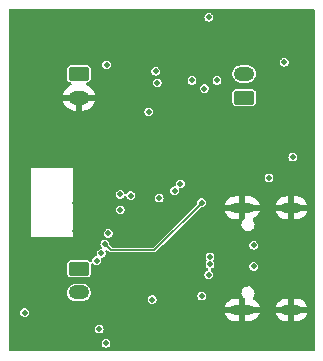
<source format=gbr>
%TF.GenerationSoftware,KiCad,Pcbnew,(6.0.4)*%
%TF.CreationDate,2023-01-29T14:49:02+00:00*%
%TF.ProjectId,PrettySmallRobot,50726574-7479-4536-9d61-6c6c526f626f,rev?*%
%TF.SameCoordinates,Original*%
%TF.FileFunction,Copper,L2,Inr*%
%TF.FilePolarity,Positive*%
%FSLAX46Y46*%
G04 Gerber Fmt 4.6, Leading zero omitted, Abs format (unit mm)*
G04 Created by KiCad (PCBNEW (6.0.4)) date 2023-01-29 14:49:02*
%MOMM*%
%LPD*%
G01*
G04 APERTURE LIST*
G04 Aperture macros list*
%AMRoundRect*
0 Rectangle with rounded corners*
0 $1 Rounding radius*
0 $2 $3 $4 $5 $6 $7 $8 $9 X,Y pos of 4 corners*
0 Add a 4 corners polygon primitive as box body*
4,1,4,$2,$3,$4,$5,$6,$7,$8,$9,$2,$3,0*
0 Add four circle primitives for the rounded corners*
1,1,$1+$1,$2,$3*
1,1,$1+$1,$4,$5*
1,1,$1+$1,$6,$7*
1,1,$1+$1,$8,$9*
0 Add four rect primitives between the rounded corners*
20,1,$1+$1,$2,$3,$4,$5,0*
20,1,$1+$1,$4,$5,$6,$7,0*
20,1,$1+$1,$6,$7,$8,$9,0*
20,1,$1+$1,$8,$9,$2,$3,0*%
G04 Aperture macros list end*
%TA.AperFunction,ComponentPad*%
%ADD10RoundRect,0.250000X-0.625000X0.350000X-0.625000X-0.350000X0.625000X-0.350000X0.625000X0.350000X0*%
%TD*%
%TA.AperFunction,ComponentPad*%
%ADD11O,1.750000X1.200000*%
%TD*%
%TA.AperFunction,ComponentPad*%
%ADD12O,2.000000X0.900000*%
%TD*%
%TA.AperFunction,ComponentPad*%
%ADD13O,1.700000X0.900000*%
%TD*%
%TA.AperFunction,ComponentPad*%
%ADD14RoundRect,0.250000X0.625000X-0.350000X0.625000X0.350000X-0.625000X0.350000X-0.625000X-0.350000X0*%
%TD*%
%TA.AperFunction,ViaPad*%
%ADD15C,0.460000*%
%TD*%
%TA.AperFunction,Conductor*%
%ADD16C,0.150000*%
%TD*%
G04 APERTURE END LIST*
D10*
%TO.N,/MOTORA_OUT1*%
%TO.C,J9*%
X177000000Y-119500000D03*
D11*
%TO.N,/MOTORA_OUT2*%
X177000000Y-121500000D03*
%TD*%
D12*
%TO.N,GND*%
%TO.C,J1*%
X190830000Y-122977503D03*
X190830000Y-114327503D03*
D13*
X195000000Y-122977503D03*
X195000000Y-114327503D03*
%TD*%
D10*
%TO.N,+BATT*%
%TO.C,J10*%
X177000000Y-103000000D03*
D11*
%TO.N,GND*%
X177000000Y-105000000D03*
%TD*%
D14*
%TO.N,/MOTORB_OUT1*%
%TO.C,J8*%
X191000000Y-105000000D03*
D11*
%TO.N,/MOTORB_OUT2*%
X191000000Y-103000000D03*
%TD*%
D15*
%TO.N,Net-(R6-Pad2)*%
X183500000Y-102770000D03*
X183626500Y-103748500D03*
%TO.N,Net-(R5-Pad2)*%
X182920000Y-106200000D03*
X179340000Y-102230000D03*
%TO.N,+BATT*%
X188000000Y-98200000D03*
%TO.N,GND*%
X181500000Y-111900000D03*
X184700000Y-115300000D03*
X182000000Y-107600000D03*
X180300000Y-111300000D03*
X185900000Y-111600000D03*
X178700000Y-116300000D03*
X180000000Y-110300000D03*
X183700000Y-107400000D03*
X176700000Y-116300000D03*
X187100000Y-108800000D03*
X186600000Y-111000000D03*
X179200000Y-113800000D03*
X178500000Y-114100000D03*
X177300000Y-116300000D03*
X181700000Y-118700000D03*
X187200000Y-110400000D03*
X182800000Y-107400000D03*
X192400000Y-103300000D03*
X176700000Y-113900000D03*
X181700000Y-119700000D03*
X177400000Y-114600000D03*
X192700000Y-103900000D03*
X187200000Y-109600000D03*
X177200000Y-114100000D03*
X184300000Y-112800000D03*
X184700000Y-107400000D03*
X180400000Y-108500000D03*
X185100000Y-111900000D03*
X186300000Y-116100000D03*
X185800000Y-107600000D03*
X178000000Y-116300000D03*
X181200000Y-111300000D03*
X181100000Y-107900000D03*
X184500000Y-112300000D03*
X186800000Y-108000000D03*
X180000000Y-109300000D03*
X181500000Y-112600000D03*
X178000000Y-114600000D03*
%TO.N,Net-(J1-PadA5)*%
X191800000Y-119300000D03*
%TO.N,Net-(J1-PadB5)*%
X191800000Y-117500000D03*
%TO.N,+3V3*%
X187633289Y-104232317D03*
X172400000Y-123200000D03*
X188100000Y-118500000D03*
X188700000Y-103544532D03*
X187400000Y-121800000D03*
X188100000Y-119100000D03*
X193100000Y-111800000D03*
X186584294Y-103549480D03*
X185100000Y-112900000D03*
X185600000Y-112300000D03*
X183200000Y-122100000D03*
X194400000Y-102000000D03*
%TO.N,/~{RESET}*%
X180500000Y-113200000D03*
X195116733Y-110029643D03*
%TO.N,/MOTORB_IN1*%
X178725265Y-124590366D03*
%TO.N,/MOTORA_IN1*%
X178900000Y-118200000D03*
%TO.N,/VDDA*%
X181400000Y-113300000D03*
X183800000Y-113500000D03*
X180500000Y-114500000D03*
%TO.N,/VDD3P3*%
X179500000Y-116500000D03*
%TO.N,/BOOT*%
X179200000Y-117400000D03*
X187400000Y-113900000D03*
%TO.N,/MOTORA_IN2*%
X178500000Y-118800000D03*
%TO.N,/MOTORB_IN2*%
X179300000Y-125800000D03*
%TO.N,/VDD_SPI*%
X188000000Y-120000000D03*
%TD*%
D16*
%TO.N,/BOOT*%
X179200000Y-117400000D02*
X179700000Y-117900000D01*
X179700000Y-117900000D02*
X183400000Y-117900000D01*
X183400000Y-117900000D02*
X187400000Y-113900000D01*
%TD*%
%TA.AperFunction,Conductor*%
%TO.N,GND*%
G36*
X196942121Y-97521002D02*
G01*
X196988614Y-97574658D01*
X197000000Y-97627000D01*
X197000000Y-126373000D01*
X196979998Y-126441121D01*
X196926342Y-126487614D01*
X196874000Y-126499000D01*
X171177000Y-126499000D01*
X171108879Y-126478998D01*
X171062386Y-126425342D01*
X171051000Y-126373000D01*
X171051000Y-125800000D01*
X178924882Y-125800000D01*
X178943242Y-125915918D01*
X178947743Y-125924752D01*
X178947744Y-125924755D01*
X178969229Y-125966921D01*
X178996523Y-126020489D01*
X179079511Y-126103477D01*
X179133079Y-126130771D01*
X179175245Y-126152256D01*
X179175248Y-126152257D01*
X179184082Y-126156758D01*
X179300000Y-126175118D01*
X179415918Y-126156758D01*
X179424752Y-126152257D01*
X179424755Y-126152256D01*
X179466921Y-126130771D01*
X179520489Y-126103477D01*
X179603477Y-126020489D01*
X179630771Y-125966921D01*
X179652256Y-125924755D01*
X179652257Y-125924752D01*
X179656758Y-125915918D01*
X179675118Y-125800000D01*
X179656758Y-125684082D01*
X179652257Y-125675248D01*
X179652256Y-125675245D01*
X179630771Y-125633079D01*
X179603477Y-125579511D01*
X179520489Y-125496523D01*
X179466921Y-125469229D01*
X179424755Y-125447744D01*
X179424752Y-125447743D01*
X179415918Y-125443242D01*
X179300000Y-125424882D01*
X179184082Y-125443242D01*
X179175248Y-125447743D01*
X179175245Y-125447744D01*
X179133079Y-125469229D01*
X179079511Y-125496523D01*
X178996523Y-125579511D01*
X178969229Y-125633079D01*
X178947744Y-125675245D01*
X178947743Y-125675248D01*
X178943242Y-125684082D01*
X178924882Y-125800000D01*
X171051000Y-125800000D01*
X171051000Y-124590366D01*
X178350147Y-124590366D01*
X178368507Y-124706284D01*
X178373008Y-124715118D01*
X178373009Y-124715121D01*
X178394494Y-124757287D01*
X178421788Y-124810855D01*
X178504776Y-124893843D01*
X178558344Y-124921137D01*
X178600510Y-124942622D01*
X178600513Y-124942623D01*
X178609347Y-124947124D01*
X178725265Y-124965484D01*
X178841183Y-124947124D01*
X178850017Y-124942623D01*
X178850020Y-124942622D01*
X178892186Y-124921137D01*
X178945754Y-124893843D01*
X179028742Y-124810855D01*
X179056036Y-124757287D01*
X179077521Y-124715121D01*
X179077522Y-124715118D01*
X179082023Y-124706284D01*
X179100383Y-124590366D01*
X179082023Y-124474448D01*
X179077522Y-124465614D01*
X179077521Y-124465611D01*
X179056036Y-124423445D01*
X179028742Y-124369877D01*
X178945754Y-124286889D01*
X178892186Y-124259595D01*
X178850020Y-124238110D01*
X178850017Y-124238109D01*
X178841183Y-124233608D01*
X178725265Y-124215248D01*
X178609347Y-124233608D01*
X178600513Y-124238109D01*
X178600510Y-124238110D01*
X178558344Y-124259595D01*
X178504776Y-124286889D01*
X178421788Y-124369877D01*
X178394494Y-124423445D01*
X178373009Y-124465611D01*
X178373008Y-124465614D01*
X178368507Y-124474448D01*
X178350147Y-124590366D01*
X171051000Y-124590366D01*
X171051000Y-123200000D01*
X172024882Y-123200000D01*
X172043242Y-123315918D01*
X172047743Y-123324752D01*
X172047744Y-123324755D01*
X172069229Y-123366921D01*
X172096523Y-123420489D01*
X172179511Y-123503477D01*
X172233079Y-123530771D01*
X172275245Y-123552256D01*
X172275248Y-123552257D01*
X172284082Y-123556758D01*
X172400000Y-123575118D01*
X172515918Y-123556758D01*
X172524752Y-123552257D01*
X172524755Y-123552256D01*
X172566921Y-123530771D01*
X172620489Y-123503477D01*
X172703477Y-123420489D01*
X172730771Y-123366921D01*
X172752256Y-123324755D01*
X172752257Y-123324752D01*
X172756758Y-123315918D01*
X172768533Y-123241578D01*
X189356363Y-123241578D01*
X189412310Y-123393639D01*
X189417877Y-123405052D01*
X189513708Y-123559611D01*
X189521460Y-123569677D01*
X189646408Y-123701806D01*
X189656026Y-123710108D01*
X189804987Y-123814411D01*
X189816081Y-123820611D01*
X189982980Y-123892835D01*
X189995083Y-123896674D01*
X190174600Y-123934178D01*
X190184152Y-123935418D01*
X190187384Y-123935503D01*
X190557885Y-123935503D01*
X190573124Y-123931028D01*
X190574329Y-123929638D01*
X190576000Y-123921955D01*
X190576000Y-123917388D01*
X191084000Y-123917388D01*
X191088475Y-123932627D01*
X191089865Y-123933832D01*
X191097548Y-123935503D01*
X191425447Y-123935503D01*
X191431822Y-123935180D01*
X191567277Y-123921421D01*
X191579717Y-123918867D01*
X191753244Y-123864487D01*
X191764932Y-123859478D01*
X191923979Y-123771316D01*
X191934412Y-123764065D01*
X192072491Y-123645718D01*
X192081244Y-123636527D01*
X192192711Y-123492823D01*
X192199435Y-123482063D01*
X192279732Y-123318878D01*
X192284155Y-123306984D01*
X192299251Y-123249033D01*
X192299021Y-123241578D01*
X193676363Y-123241578D01*
X193732310Y-123393639D01*
X193737877Y-123405052D01*
X193833708Y-123559611D01*
X193841460Y-123569677D01*
X193966408Y-123701806D01*
X193976026Y-123710108D01*
X194124987Y-123814411D01*
X194136081Y-123820611D01*
X194302980Y-123892835D01*
X194315083Y-123896674D01*
X194494600Y-123934178D01*
X194504152Y-123935418D01*
X194507384Y-123935503D01*
X194727885Y-123935503D01*
X194743124Y-123931028D01*
X194744329Y-123929638D01*
X194746000Y-123921955D01*
X194746000Y-123917388D01*
X195254000Y-123917388D01*
X195258475Y-123932627D01*
X195259865Y-123933832D01*
X195267548Y-123935503D01*
X195445447Y-123935503D01*
X195451822Y-123935180D01*
X195587277Y-123921421D01*
X195599717Y-123918867D01*
X195773244Y-123864487D01*
X195784932Y-123859478D01*
X195943979Y-123771316D01*
X195954412Y-123764065D01*
X196092491Y-123645718D01*
X196101244Y-123636527D01*
X196212711Y-123492823D01*
X196219435Y-123482063D01*
X196299732Y-123318878D01*
X196304155Y-123306984D01*
X196319251Y-123249033D01*
X196318817Y-123234939D01*
X196310636Y-123231503D01*
X195272115Y-123231503D01*
X195256876Y-123235978D01*
X195255671Y-123237368D01*
X195254000Y-123245051D01*
X195254000Y-123917388D01*
X194746000Y-123917388D01*
X194746000Y-123249618D01*
X194741525Y-123234379D01*
X194740135Y-123233174D01*
X194732452Y-123231503D01*
X193690771Y-123231503D01*
X193677240Y-123235476D01*
X193676363Y-123241578D01*
X192299021Y-123241578D01*
X192298817Y-123234939D01*
X192290636Y-123231503D01*
X191102115Y-123231503D01*
X191086876Y-123235978D01*
X191085671Y-123237368D01*
X191084000Y-123245051D01*
X191084000Y-123917388D01*
X190576000Y-123917388D01*
X190576000Y-123249618D01*
X190571525Y-123234379D01*
X190570135Y-123233174D01*
X190562452Y-123231503D01*
X189370771Y-123231503D01*
X189357240Y-123235476D01*
X189356363Y-123241578D01*
X172768533Y-123241578D01*
X172775118Y-123200000D01*
X172756758Y-123084082D01*
X172752257Y-123075248D01*
X172752256Y-123075245D01*
X172730771Y-123033079D01*
X172703477Y-122979511D01*
X172620489Y-122896523D01*
X172566921Y-122869229D01*
X172524755Y-122847744D01*
X172524752Y-122847743D01*
X172515918Y-122843242D01*
X172400000Y-122824882D01*
X172284082Y-122843242D01*
X172275248Y-122847743D01*
X172275245Y-122847744D01*
X172233079Y-122869229D01*
X172179511Y-122896523D01*
X172096523Y-122979511D01*
X172069229Y-123033079D01*
X172047744Y-123075245D01*
X172047743Y-123075248D01*
X172043242Y-123084082D01*
X172024882Y-123200000D01*
X171051000Y-123200000D01*
X171051000Y-122705973D01*
X189360749Y-122705973D01*
X189361183Y-122720067D01*
X189369364Y-122723503D01*
X190557885Y-122723503D01*
X190573124Y-122719028D01*
X190574329Y-122717638D01*
X190576000Y-122709955D01*
X190576000Y-122037618D01*
X190571525Y-122022379D01*
X190570135Y-122021174D01*
X190562452Y-122019503D01*
X190234553Y-122019503D01*
X190228178Y-122019826D01*
X190092723Y-122033585D01*
X190080283Y-122036139D01*
X189906756Y-122090519D01*
X189895068Y-122095528D01*
X189736021Y-122183690D01*
X189725588Y-122190941D01*
X189587509Y-122309288D01*
X189578756Y-122318479D01*
X189467289Y-122462183D01*
X189460565Y-122472943D01*
X189380268Y-122636128D01*
X189375845Y-122648022D01*
X189360749Y-122705973D01*
X171051000Y-122705973D01*
X171051000Y-121539610D01*
X175993619Y-121539610D01*
X175994859Y-121546826D01*
X175994859Y-121546828D01*
X176000475Y-121579511D01*
X176022348Y-121706802D01*
X176088768Y-121862900D01*
X176093101Y-121868788D01*
X176093104Y-121868793D01*
X176184976Y-121993633D01*
X176184980Y-121993637D01*
X176189318Y-121999532D01*
X176318603Y-122109367D01*
X176469687Y-122186515D01*
X176476797Y-122188255D01*
X176476800Y-122188256D01*
X176558706Y-122208298D01*
X176634468Y-122226837D01*
X176641815Y-122227293D01*
X176643215Y-122227380D01*
X176643228Y-122227380D01*
X176645156Y-122227500D01*
X177317483Y-122227500D01*
X177384435Y-122219694D01*
X177436231Y-122213656D01*
X177436234Y-122213655D01*
X177443501Y-122212808D01*
X177450376Y-122210312D01*
X177450378Y-122210312D01*
X177596086Y-122157422D01*
X177596087Y-122157422D01*
X177602962Y-122154926D01*
X177686738Y-122100000D01*
X182824882Y-122100000D01*
X182843242Y-122215918D01*
X182847743Y-122224752D01*
X182847744Y-122224755D01*
X182848982Y-122227184D01*
X182896523Y-122320489D01*
X182979511Y-122403477D01*
X183033079Y-122430771D01*
X183075245Y-122452256D01*
X183075248Y-122452257D01*
X183084082Y-122456758D01*
X183200000Y-122475118D01*
X183315918Y-122456758D01*
X183324752Y-122452257D01*
X183324755Y-122452256D01*
X183366921Y-122430771D01*
X183420489Y-122403477D01*
X183503477Y-122320489D01*
X183551018Y-122227184D01*
X183552256Y-122224755D01*
X183552257Y-122224752D01*
X183556758Y-122215918D01*
X183575118Y-122100000D01*
X183556758Y-121984082D01*
X183552257Y-121975248D01*
X183552256Y-121975245D01*
X183525579Y-121922889D01*
X183503477Y-121879511D01*
X183423966Y-121800000D01*
X187024882Y-121800000D01*
X187043242Y-121915918D01*
X187047743Y-121924752D01*
X187047744Y-121924755D01*
X187067912Y-121964336D01*
X187096523Y-122020489D01*
X187179511Y-122103477D01*
X187233079Y-122130771D01*
X187275245Y-122152256D01*
X187275248Y-122152257D01*
X187284082Y-122156758D01*
X187400000Y-122175118D01*
X187515918Y-122156758D01*
X187524752Y-122152257D01*
X187524755Y-122152256D01*
X187566921Y-122130771D01*
X187620489Y-122103477D01*
X187703477Y-122020489D01*
X187732088Y-121964336D01*
X187752256Y-121924755D01*
X187752257Y-121924752D01*
X187756758Y-121915918D01*
X187775118Y-121800000D01*
X187756758Y-121684082D01*
X187752257Y-121675248D01*
X187752256Y-121675245D01*
X187725330Y-121622401D01*
X187703477Y-121579511D01*
X187701360Y-121577394D01*
X190765420Y-121577394D01*
X190767117Y-121585809D01*
X190767117Y-121585812D01*
X190774495Y-121622401D01*
X190795233Y-121725246D01*
X190863707Y-121859635D01*
X190965799Y-121970659D01*
X191024397Y-122006991D01*
X191071751Y-122059886D01*
X191084000Y-122114077D01*
X191084000Y-122705388D01*
X191088475Y-122720627D01*
X191089865Y-122721832D01*
X191097548Y-122723503D01*
X192289229Y-122723503D01*
X192302760Y-122719530D01*
X192303637Y-122713428D01*
X192300894Y-122705973D01*
X193680749Y-122705973D01*
X193681183Y-122720067D01*
X193689364Y-122723503D01*
X194727885Y-122723503D01*
X194743124Y-122719028D01*
X194744329Y-122717638D01*
X194746000Y-122709955D01*
X194746000Y-122705388D01*
X195254000Y-122705388D01*
X195258475Y-122720627D01*
X195259865Y-122721832D01*
X195267548Y-122723503D01*
X196309229Y-122723503D01*
X196322760Y-122719530D01*
X196323637Y-122713428D01*
X196267690Y-122561367D01*
X196262123Y-122549954D01*
X196166292Y-122395395D01*
X196158540Y-122385329D01*
X196033592Y-122253200D01*
X196023974Y-122244898D01*
X195875013Y-122140595D01*
X195863919Y-122134395D01*
X195697020Y-122062171D01*
X195684917Y-122058332D01*
X195505400Y-122020828D01*
X195495848Y-122019588D01*
X195492616Y-122019503D01*
X195272115Y-122019503D01*
X195256876Y-122023978D01*
X195255671Y-122025368D01*
X195254000Y-122033051D01*
X195254000Y-122705388D01*
X194746000Y-122705388D01*
X194746000Y-122037618D01*
X194741525Y-122022379D01*
X194740135Y-122021174D01*
X194732452Y-122019503D01*
X194554553Y-122019503D01*
X194548178Y-122019826D01*
X194412723Y-122033585D01*
X194400283Y-122036139D01*
X194226756Y-122090519D01*
X194215068Y-122095528D01*
X194056021Y-122183690D01*
X194045588Y-122190941D01*
X193907509Y-122309288D01*
X193898756Y-122318479D01*
X193787289Y-122462183D01*
X193780565Y-122472943D01*
X193700268Y-122636128D01*
X193695845Y-122648022D01*
X193680749Y-122705973D01*
X192300894Y-122705973D01*
X192247690Y-122561367D01*
X192242123Y-122549954D01*
X192146292Y-122395395D01*
X192138540Y-122385329D01*
X192013592Y-122253200D01*
X192003974Y-122244898D01*
X191855013Y-122140595D01*
X191843916Y-122134393D01*
X191780868Y-122107110D01*
X191726293Y-122061700D01*
X191704933Y-121993992D01*
X191723569Y-121925485D01*
X191728202Y-121918484D01*
X191807464Y-121806951D01*
X191807467Y-121806946D01*
X191812442Y-121799945D01*
X191863533Y-121658035D01*
X191865614Y-121629706D01*
X191873951Y-121516175D01*
X191874580Y-121507612D01*
X191866533Y-121467701D01*
X191846464Y-121368178D01*
X191844767Y-121359760D01*
X191776293Y-121225371D01*
X191674201Y-121114347D01*
X191588553Y-121061243D01*
X191553313Y-121039393D01*
X191553310Y-121039392D01*
X191546014Y-121034868D01*
X191401175Y-120992788D01*
X191394197Y-120992276D01*
X191392792Y-120992172D01*
X191392781Y-120992172D01*
X191390485Y-120992003D01*
X191282215Y-120992003D01*
X191277970Y-120992585D01*
X191277963Y-120992585D01*
X191220420Y-121000468D01*
X191170568Y-121007297D01*
X191162684Y-121010709D01*
X191162683Y-121010709D01*
X191040029Y-121063786D01*
X191040027Y-121063787D01*
X191032145Y-121067198D01*
X190914930Y-121162117D01*
X190827558Y-121285061D01*
X190776467Y-121426971D01*
X190765420Y-121577394D01*
X187701360Y-121577394D01*
X187620489Y-121496523D01*
X187563922Y-121467701D01*
X187524755Y-121447744D01*
X187524752Y-121447743D01*
X187515918Y-121443242D01*
X187400000Y-121424882D01*
X187284082Y-121443242D01*
X187275248Y-121447743D01*
X187275245Y-121447744D01*
X187236078Y-121467701D01*
X187179511Y-121496523D01*
X187096523Y-121579511D01*
X187074670Y-121622401D01*
X187047744Y-121675245D01*
X187047743Y-121675248D01*
X187043242Y-121684082D01*
X187024882Y-121800000D01*
X183423966Y-121800000D01*
X183420489Y-121796523D01*
X183366921Y-121769229D01*
X183324755Y-121747744D01*
X183324752Y-121747743D01*
X183315918Y-121743242D01*
X183200000Y-121724882D01*
X183084082Y-121743242D01*
X183075248Y-121747743D01*
X183075245Y-121747744D01*
X183033079Y-121769229D01*
X182979511Y-121796523D01*
X182896523Y-121879511D01*
X182874421Y-121922889D01*
X182847744Y-121975245D01*
X182847743Y-121975248D01*
X182843242Y-121984082D01*
X182824882Y-122100000D01*
X177686738Y-122100000D01*
X177744832Y-122061912D01*
X177861498Y-121938757D01*
X177946703Y-121792065D01*
X177964624Y-121732897D01*
X177993755Y-121636712D01*
X177995877Y-121629706D01*
X178006381Y-121460390D01*
X178003435Y-121443242D01*
X177978892Y-121300414D01*
X177977652Y-121293198D01*
X177911232Y-121137100D01*
X177906899Y-121131212D01*
X177906896Y-121131207D01*
X177815024Y-121006367D01*
X177815020Y-121006363D01*
X177810682Y-121000468D01*
X177681397Y-120890633D01*
X177530313Y-120813485D01*
X177523203Y-120811745D01*
X177523200Y-120811744D01*
X177441294Y-120791702D01*
X177365532Y-120773163D01*
X177358185Y-120772707D01*
X177356785Y-120772620D01*
X177356772Y-120772620D01*
X177354844Y-120772500D01*
X176682517Y-120772500D01*
X176615565Y-120780306D01*
X176563769Y-120786344D01*
X176563766Y-120786345D01*
X176556499Y-120787192D01*
X176549624Y-120789688D01*
X176549622Y-120789688D01*
X176403914Y-120842578D01*
X176397038Y-120845074D01*
X176255168Y-120938088D01*
X176138502Y-121061243D01*
X176053297Y-121207935D01*
X176051176Y-121214939D01*
X176051174Y-121214943D01*
X176027473Y-121293198D01*
X176004123Y-121370294D01*
X175993619Y-121539610D01*
X171051000Y-121539610D01*
X171051000Y-119114219D01*
X175997500Y-119114219D01*
X175997501Y-119885780D01*
X176008422Y-119959979D01*
X176012739Y-119968771D01*
X176058951Y-120062893D01*
X176063810Y-120072790D01*
X176152753Y-120161578D01*
X176220245Y-120194569D01*
X176256439Y-120212261D01*
X176265661Y-120216769D01*
X176275336Y-120218180D01*
X176275338Y-120218181D01*
X176334693Y-120226840D01*
X176334697Y-120226840D01*
X176339219Y-120227500D01*
X176997480Y-120227500D01*
X177660780Y-120227499D01*
X177734979Y-120216578D01*
X177837688Y-120166150D01*
X177838442Y-120165780D01*
X177838443Y-120165779D01*
X177847790Y-120161190D01*
X177936578Y-120072247D01*
X177971893Y-120000000D01*
X187624882Y-120000000D01*
X187643242Y-120115918D01*
X187647743Y-120124752D01*
X187647744Y-120124755D01*
X187666309Y-120161190D01*
X187696523Y-120220489D01*
X187779511Y-120303477D01*
X187833079Y-120330771D01*
X187875245Y-120352256D01*
X187875248Y-120352257D01*
X187884082Y-120356758D01*
X188000000Y-120375118D01*
X188115918Y-120356758D01*
X188124752Y-120352257D01*
X188124755Y-120352256D01*
X188166921Y-120330771D01*
X188220489Y-120303477D01*
X188303477Y-120220489D01*
X188333691Y-120161190D01*
X188352256Y-120124755D01*
X188352257Y-120124752D01*
X188356758Y-120115918D01*
X188375118Y-120000000D01*
X188356758Y-119884082D01*
X188352257Y-119875248D01*
X188352256Y-119875245D01*
X188330771Y-119833079D01*
X188303477Y-119779511D01*
X188220489Y-119696523D01*
X188200455Y-119686315D01*
X188148841Y-119637569D01*
X188131774Y-119568654D01*
X188154674Y-119501453D01*
X188209715Y-119457740D01*
X188215918Y-119456758D01*
X188320489Y-119403477D01*
X188403477Y-119320489D01*
X188413917Y-119300000D01*
X191424882Y-119300000D01*
X191443242Y-119415918D01*
X191447743Y-119424752D01*
X191447744Y-119424755D01*
X191464051Y-119456758D01*
X191496523Y-119520489D01*
X191579511Y-119603477D01*
X191621521Y-119624882D01*
X191675245Y-119652256D01*
X191675248Y-119652257D01*
X191684082Y-119656758D01*
X191800000Y-119675118D01*
X191915918Y-119656758D01*
X191924752Y-119652257D01*
X191924755Y-119652256D01*
X191978479Y-119624882D01*
X192020489Y-119603477D01*
X192103477Y-119520489D01*
X192135949Y-119456758D01*
X192152256Y-119424755D01*
X192152257Y-119424752D01*
X192156758Y-119415918D01*
X192175118Y-119300000D01*
X192156758Y-119184082D01*
X192152257Y-119175248D01*
X192152256Y-119175245D01*
X192121161Y-119114219D01*
X192103477Y-119079511D01*
X192020489Y-118996523D01*
X191966921Y-118969229D01*
X191924755Y-118947744D01*
X191924752Y-118947743D01*
X191915918Y-118943242D01*
X191800000Y-118924882D01*
X191684082Y-118943242D01*
X191675248Y-118947743D01*
X191675245Y-118947744D01*
X191633079Y-118969229D01*
X191579511Y-118996523D01*
X191496523Y-119079511D01*
X191478839Y-119114219D01*
X191447744Y-119175245D01*
X191447743Y-119175248D01*
X191443242Y-119184082D01*
X191424882Y-119300000D01*
X188413917Y-119300000D01*
X188430771Y-119266921D01*
X188452256Y-119224755D01*
X188452257Y-119224752D01*
X188456758Y-119215918D01*
X188475118Y-119100000D01*
X188456758Y-118984082D01*
X188452257Y-118975248D01*
X188452256Y-118975245D01*
X188407981Y-118888351D01*
X188403477Y-118879511D01*
X188397362Y-118873396D01*
X188373741Y-118807195D01*
X188389820Y-118738043D01*
X188396828Y-118727138D01*
X188403477Y-118720489D01*
X188445250Y-118638504D01*
X188452256Y-118624755D01*
X188452257Y-118624752D01*
X188456758Y-118615918D01*
X188475118Y-118500000D01*
X188456758Y-118384082D01*
X188452257Y-118375248D01*
X188452256Y-118375245D01*
X188422027Y-118315918D01*
X188403477Y-118279511D01*
X188320489Y-118196523D01*
X188266921Y-118169229D01*
X188224755Y-118147744D01*
X188224752Y-118147743D01*
X188215918Y-118143242D01*
X188100000Y-118124882D01*
X187984082Y-118143242D01*
X187975248Y-118147743D01*
X187975245Y-118147744D01*
X187933079Y-118169229D01*
X187879511Y-118196523D01*
X187796523Y-118279511D01*
X187777973Y-118315918D01*
X187747744Y-118375245D01*
X187747743Y-118375248D01*
X187743242Y-118384082D01*
X187724882Y-118500000D01*
X187743242Y-118615918D01*
X187747743Y-118624752D01*
X187747744Y-118624755D01*
X187754750Y-118638504D01*
X187796523Y-118720489D01*
X187802638Y-118726604D01*
X187826259Y-118792805D01*
X187810180Y-118861957D01*
X187803172Y-118872862D01*
X187796523Y-118879511D01*
X187792019Y-118888351D01*
X187747744Y-118975245D01*
X187747743Y-118975248D01*
X187743242Y-118984082D01*
X187724882Y-119100000D01*
X187743242Y-119215918D01*
X187747743Y-119224752D01*
X187747744Y-119224755D01*
X187769229Y-119266921D01*
X187796523Y-119320489D01*
X187879511Y-119403477D01*
X187899545Y-119413685D01*
X187951159Y-119462431D01*
X187968226Y-119531346D01*
X187945326Y-119598547D01*
X187890285Y-119642260D01*
X187884082Y-119643242D01*
X187779511Y-119696523D01*
X187696523Y-119779511D01*
X187669229Y-119833079D01*
X187647744Y-119875245D01*
X187647743Y-119875248D01*
X187643242Y-119884082D01*
X187624882Y-120000000D01*
X177971893Y-120000000D01*
X177991769Y-119959339D01*
X178002500Y-119885781D01*
X178002499Y-119130655D01*
X178022501Y-119062534D01*
X178076157Y-119016041D01*
X178146431Y-119005937D01*
X178211011Y-119035430D01*
X178217594Y-119041560D01*
X178279511Y-119103477D01*
X178309569Y-119118792D01*
X178375245Y-119152256D01*
X178375248Y-119152257D01*
X178384082Y-119156758D01*
X178500000Y-119175118D01*
X178615918Y-119156758D01*
X178624752Y-119152257D01*
X178624755Y-119152256D01*
X178690431Y-119118792D01*
X178720489Y-119103477D01*
X178803477Y-119020489D01*
X178842836Y-118943242D01*
X178852256Y-118924755D01*
X178852257Y-118924752D01*
X178856758Y-118915918D01*
X178875118Y-118800000D01*
X178860691Y-118708914D01*
X178869790Y-118638504D01*
X178915512Y-118584190D01*
X178965428Y-118564755D01*
X179015918Y-118556758D01*
X179024752Y-118552257D01*
X179024755Y-118552256D01*
X179066921Y-118530771D01*
X179120489Y-118503477D01*
X179203477Y-118420489D01*
X179233535Y-118361496D01*
X179252256Y-118324755D01*
X179252257Y-118324752D01*
X179256758Y-118315918D01*
X179275118Y-118200000D01*
X179260040Y-118104804D01*
X179258310Y-118093878D01*
X179258309Y-118093875D01*
X179256758Y-118084082D01*
X179252417Y-118075563D01*
X179250395Y-118004794D01*
X179287057Y-117943996D01*
X179350768Y-117912670D01*
X179421302Y-117920762D01*
X179461351Y-117947729D01*
X179530798Y-118017176D01*
X179532584Y-118019177D01*
X179537446Y-118029301D01*
X179559344Y-118046813D01*
X179566021Y-118052789D01*
X179567948Y-118054326D01*
X179572955Y-118059333D01*
X179578945Y-118063098D01*
X179581315Y-118064988D01*
X179588097Y-118069808D01*
X179598514Y-118078139D01*
X179598517Y-118078141D01*
X179609599Y-118087003D01*
X179621237Y-118089679D01*
X179631349Y-118096035D01*
X179655971Y-118098819D01*
X179658713Y-118099129D01*
X179667208Y-118100581D01*
X179670042Y-118100903D01*
X179676989Y-118102500D01*
X179684117Y-118102500D01*
X179686769Y-118102801D01*
X179695591Y-118103298D01*
X179709052Y-118104820D01*
X179709053Y-118104820D01*
X179723153Y-118106414D01*
X179733900Y-118102661D01*
X179736779Y-118102500D01*
X183363213Y-118102500D01*
X183365891Y-118102652D01*
X183376487Y-118106373D01*
X183390586Y-118104804D01*
X183390587Y-118104804D01*
X183404009Y-118103310D01*
X183404342Y-118103273D01*
X183413306Y-118102776D01*
X183415757Y-118102500D01*
X183422831Y-118102500D01*
X183429729Y-118100926D01*
X183432733Y-118100588D01*
X183440940Y-118099200D01*
X183468308Y-118096154D01*
X183478429Y-118089817D01*
X183490074Y-118087161D01*
X183511611Y-118069999D01*
X183518650Y-118065015D01*
X183520877Y-118063242D01*
X183526918Y-118059460D01*
X183531959Y-118054419D01*
X183534044Y-118052759D01*
X183540629Y-118046876D01*
X183551229Y-118038429D01*
X183562328Y-118029585D01*
X183567273Y-118019333D01*
X183569199Y-118017179D01*
X184086378Y-117500000D01*
X191424882Y-117500000D01*
X191443242Y-117615918D01*
X191447743Y-117624752D01*
X191447744Y-117624755D01*
X191466006Y-117660595D01*
X191496523Y-117720489D01*
X191579511Y-117803477D01*
X191621521Y-117824882D01*
X191675245Y-117852256D01*
X191675248Y-117852257D01*
X191684082Y-117856758D01*
X191800000Y-117875118D01*
X191915918Y-117856758D01*
X191924752Y-117852257D01*
X191924755Y-117852256D01*
X191978479Y-117824882D01*
X192020489Y-117803477D01*
X192103477Y-117720489D01*
X192133994Y-117660595D01*
X192152256Y-117624755D01*
X192152257Y-117624752D01*
X192156758Y-117615918D01*
X192175118Y-117500000D01*
X192156758Y-117384082D01*
X192152257Y-117375248D01*
X192152256Y-117375245D01*
X192110796Y-117293876D01*
X192103477Y-117279511D01*
X192020489Y-117196523D01*
X191966921Y-117169229D01*
X191924755Y-117147744D01*
X191924752Y-117147743D01*
X191915918Y-117143242D01*
X191800000Y-117124882D01*
X191684082Y-117143242D01*
X191675248Y-117147743D01*
X191675245Y-117147744D01*
X191633079Y-117169229D01*
X191579511Y-117196523D01*
X191496523Y-117279511D01*
X191489204Y-117293876D01*
X191447744Y-117375245D01*
X191447743Y-117375248D01*
X191443242Y-117384082D01*
X191424882Y-117500000D01*
X184086378Y-117500000D01*
X185788984Y-115797394D01*
X190765420Y-115797394D01*
X190795233Y-115945246D01*
X190863707Y-116079635D01*
X190965799Y-116190659D01*
X191029893Y-116230399D01*
X191086687Y-116265613D01*
X191086690Y-116265614D01*
X191093986Y-116270138D01*
X191238825Y-116312218D01*
X191245803Y-116312730D01*
X191247208Y-116312834D01*
X191247219Y-116312834D01*
X191249515Y-116313003D01*
X191357785Y-116313003D01*
X191362030Y-116312421D01*
X191362037Y-116312421D01*
X191422522Y-116304135D01*
X191469432Y-116297709D01*
X191491055Y-116288352D01*
X191599971Y-116241220D01*
X191599973Y-116241219D01*
X191607855Y-116237808D01*
X191725070Y-116142889D01*
X191812442Y-116019945D01*
X191863533Y-115878035D01*
X191874580Y-115727612D01*
X191844767Y-115579760D01*
X191776293Y-115445371D01*
X191737157Y-115402811D01*
X191705771Y-115339129D01*
X191713797Y-115268588D01*
X191758686Y-115213583D01*
X191768819Y-115207323D01*
X191923979Y-115121316D01*
X191934412Y-115114065D01*
X192072491Y-114995718D01*
X192081244Y-114986527D01*
X192192711Y-114842823D01*
X192199435Y-114832063D01*
X192279732Y-114668878D01*
X192284155Y-114656984D01*
X192299251Y-114599033D01*
X192299021Y-114591578D01*
X193676363Y-114591578D01*
X193732310Y-114743639D01*
X193737877Y-114755052D01*
X193833708Y-114909611D01*
X193841460Y-114919677D01*
X193966408Y-115051806D01*
X193976026Y-115060108D01*
X194124987Y-115164411D01*
X194136081Y-115170611D01*
X194302980Y-115242835D01*
X194315083Y-115246674D01*
X194494600Y-115284178D01*
X194504152Y-115285418D01*
X194507384Y-115285503D01*
X194727885Y-115285503D01*
X194743124Y-115281028D01*
X194744329Y-115279638D01*
X194746000Y-115271955D01*
X194746000Y-115267388D01*
X195254000Y-115267388D01*
X195258475Y-115282627D01*
X195259865Y-115283832D01*
X195267548Y-115285503D01*
X195445447Y-115285503D01*
X195451822Y-115285180D01*
X195587277Y-115271421D01*
X195599717Y-115268867D01*
X195773244Y-115214487D01*
X195784932Y-115209478D01*
X195943979Y-115121316D01*
X195954412Y-115114065D01*
X196092491Y-114995718D01*
X196101244Y-114986527D01*
X196212711Y-114842823D01*
X196219435Y-114832063D01*
X196299732Y-114668878D01*
X196304155Y-114656984D01*
X196319251Y-114599033D01*
X196318817Y-114584939D01*
X196310636Y-114581503D01*
X195272115Y-114581503D01*
X195256876Y-114585978D01*
X195255671Y-114587368D01*
X195254000Y-114595051D01*
X195254000Y-115267388D01*
X194746000Y-115267388D01*
X194746000Y-114599618D01*
X194741525Y-114584379D01*
X194740135Y-114583174D01*
X194732452Y-114581503D01*
X193690771Y-114581503D01*
X193677240Y-114585476D01*
X193676363Y-114591578D01*
X192299021Y-114591578D01*
X192298817Y-114584939D01*
X192290636Y-114581503D01*
X191102115Y-114581503D01*
X191086876Y-114585978D01*
X191085671Y-114587368D01*
X191084000Y-114595051D01*
X191084000Y-115186160D01*
X191063998Y-115254281D01*
X191031283Y-115286133D01*
X191032145Y-115287198D01*
X190914930Y-115382117D01*
X190827558Y-115505061D01*
X190776467Y-115646971D01*
X190765420Y-115797394D01*
X185788984Y-115797394D01*
X186994800Y-114591578D01*
X189356363Y-114591578D01*
X189412310Y-114743639D01*
X189417877Y-114755052D01*
X189513708Y-114909611D01*
X189521460Y-114919677D01*
X189646408Y-115051806D01*
X189656026Y-115060108D01*
X189804987Y-115164411D01*
X189816081Y-115170611D01*
X189982980Y-115242835D01*
X189995083Y-115246674D01*
X190174600Y-115284178D01*
X190184152Y-115285418D01*
X190187384Y-115285503D01*
X190557885Y-115285503D01*
X190573124Y-115281028D01*
X190574329Y-115279638D01*
X190576000Y-115271955D01*
X190576000Y-114599618D01*
X190571525Y-114584379D01*
X190570135Y-114583174D01*
X190562452Y-114581503D01*
X189370771Y-114581503D01*
X189357240Y-114585476D01*
X189356363Y-114591578D01*
X186994800Y-114591578D01*
X187277996Y-114308382D01*
X187340308Y-114274356D01*
X187386800Y-114273028D01*
X187390203Y-114273567D01*
X187390208Y-114273567D01*
X187400000Y-114275118D01*
X187515918Y-114256758D01*
X187524752Y-114252257D01*
X187524755Y-114252256D01*
X187566921Y-114230771D01*
X187620489Y-114203477D01*
X187703477Y-114120489D01*
X187736349Y-114055973D01*
X189360749Y-114055973D01*
X189361183Y-114070067D01*
X189369364Y-114073503D01*
X190557885Y-114073503D01*
X190573124Y-114069028D01*
X190574329Y-114067638D01*
X190576000Y-114059955D01*
X190576000Y-114055388D01*
X191084000Y-114055388D01*
X191088475Y-114070627D01*
X191089865Y-114071832D01*
X191097548Y-114073503D01*
X192289229Y-114073503D01*
X192302760Y-114069530D01*
X192303637Y-114063428D01*
X192300894Y-114055973D01*
X193680749Y-114055973D01*
X193681183Y-114070067D01*
X193689364Y-114073503D01*
X194727885Y-114073503D01*
X194743124Y-114069028D01*
X194744329Y-114067638D01*
X194746000Y-114059955D01*
X194746000Y-114055388D01*
X195254000Y-114055388D01*
X195258475Y-114070627D01*
X195259865Y-114071832D01*
X195267548Y-114073503D01*
X196309229Y-114073503D01*
X196322760Y-114069530D01*
X196323637Y-114063428D01*
X196267690Y-113911367D01*
X196262123Y-113899954D01*
X196166292Y-113745395D01*
X196158540Y-113735329D01*
X196033592Y-113603200D01*
X196023974Y-113594898D01*
X195875013Y-113490595D01*
X195863919Y-113484395D01*
X195697020Y-113412171D01*
X195684917Y-113408332D01*
X195505400Y-113370828D01*
X195495848Y-113369588D01*
X195492616Y-113369503D01*
X195272115Y-113369503D01*
X195256876Y-113373978D01*
X195255671Y-113375368D01*
X195254000Y-113383051D01*
X195254000Y-114055388D01*
X194746000Y-114055388D01*
X194746000Y-113387618D01*
X194741525Y-113372379D01*
X194740135Y-113371174D01*
X194732452Y-113369503D01*
X194554553Y-113369503D01*
X194548178Y-113369826D01*
X194412723Y-113383585D01*
X194400283Y-113386139D01*
X194226756Y-113440519D01*
X194215068Y-113445528D01*
X194056021Y-113533690D01*
X194045588Y-113540941D01*
X193907509Y-113659288D01*
X193898756Y-113668479D01*
X193787289Y-113812183D01*
X193780565Y-113822943D01*
X193700268Y-113986128D01*
X193695845Y-113998022D01*
X193680749Y-114055973D01*
X192300894Y-114055973D01*
X192247690Y-113911367D01*
X192242123Y-113899954D01*
X192146292Y-113745395D01*
X192138540Y-113735329D01*
X192013592Y-113603200D01*
X192003974Y-113594898D01*
X191855013Y-113490595D01*
X191843919Y-113484395D01*
X191677020Y-113412171D01*
X191664917Y-113408332D01*
X191485400Y-113370828D01*
X191475848Y-113369588D01*
X191472616Y-113369503D01*
X191102115Y-113369503D01*
X191086876Y-113373978D01*
X191085671Y-113375368D01*
X191084000Y-113383051D01*
X191084000Y-114055388D01*
X190576000Y-114055388D01*
X190576000Y-113387618D01*
X190571525Y-113372379D01*
X190570135Y-113371174D01*
X190562452Y-113369503D01*
X190234553Y-113369503D01*
X190228178Y-113369826D01*
X190092723Y-113383585D01*
X190080283Y-113386139D01*
X189906756Y-113440519D01*
X189895068Y-113445528D01*
X189736021Y-113533690D01*
X189725588Y-113540941D01*
X189587509Y-113659288D01*
X189578756Y-113668479D01*
X189467289Y-113812183D01*
X189460565Y-113822943D01*
X189380268Y-113986128D01*
X189375845Y-113998022D01*
X189360749Y-114055973D01*
X187736349Y-114055973D01*
X187736647Y-114055388D01*
X187752256Y-114024755D01*
X187752257Y-114024752D01*
X187756758Y-114015918D01*
X187775118Y-113900000D01*
X187756758Y-113784082D01*
X187752257Y-113775248D01*
X187752256Y-113775245D01*
X187719851Y-113711648D01*
X187703477Y-113679511D01*
X187620489Y-113596523D01*
X187566921Y-113569229D01*
X187524755Y-113547744D01*
X187524752Y-113547743D01*
X187515918Y-113543242D01*
X187400000Y-113524882D01*
X187284082Y-113543242D01*
X187275248Y-113547743D01*
X187275245Y-113547744D01*
X187233079Y-113569229D01*
X187179511Y-113596523D01*
X187096523Y-113679511D01*
X187080149Y-113711648D01*
X187047744Y-113775245D01*
X187047743Y-113775248D01*
X187043242Y-113784082D01*
X187024882Y-113900000D01*
X187026433Y-113909792D01*
X187026433Y-113909797D01*
X187026972Y-113913200D01*
X187026433Y-113917370D01*
X187026433Y-113919712D01*
X187026130Y-113919712D01*
X187017872Y-113983611D01*
X186991618Y-114022004D01*
X183353027Y-117660595D01*
X183290715Y-117694621D01*
X183263932Y-117697500D01*
X179836069Y-117697500D01*
X179767948Y-117677498D01*
X179746974Y-117660595D01*
X179608382Y-117522003D01*
X179574356Y-117459691D01*
X179573028Y-117413201D01*
X179573567Y-117409797D01*
X179573567Y-117409792D01*
X179575118Y-117400000D01*
X179556758Y-117284082D01*
X179552257Y-117275248D01*
X179552256Y-117275245D01*
X179515720Y-117203540D01*
X179503477Y-117179511D01*
X179420489Y-117096523D01*
X179420700Y-117096312D01*
X179381350Y-117045282D01*
X179375273Y-116974546D01*
X179408404Y-116911754D01*
X179470224Y-116876842D01*
X179493802Y-116874136D01*
X179500000Y-116875118D01*
X179615918Y-116856758D01*
X179624752Y-116852257D01*
X179624755Y-116852256D01*
X179666921Y-116830771D01*
X179720489Y-116803477D01*
X179803477Y-116720489D01*
X179830771Y-116666921D01*
X179852256Y-116624755D01*
X179852257Y-116624752D01*
X179856758Y-116615918D01*
X179875118Y-116500000D01*
X179856758Y-116384082D01*
X179852257Y-116375248D01*
X179852256Y-116375245D01*
X179820542Y-116313003D01*
X179803477Y-116279511D01*
X179720489Y-116196523D01*
X179666921Y-116169229D01*
X179624755Y-116147744D01*
X179624752Y-116147743D01*
X179615918Y-116143242D01*
X179500000Y-116124882D01*
X179384082Y-116143242D01*
X179375248Y-116147743D01*
X179375245Y-116147744D01*
X179333079Y-116169229D01*
X179279511Y-116196523D01*
X179196523Y-116279511D01*
X179179458Y-116313003D01*
X179147744Y-116375245D01*
X179147743Y-116375248D01*
X179143242Y-116384082D01*
X179124882Y-116500000D01*
X179143242Y-116615918D01*
X179147743Y-116624752D01*
X179147744Y-116624755D01*
X179169229Y-116666921D01*
X179196523Y-116720489D01*
X179279511Y-116803477D01*
X179279300Y-116803688D01*
X179318650Y-116854718D01*
X179324727Y-116925454D01*
X179291596Y-116988246D01*
X179229776Y-117023158D01*
X179206198Y-117025864D01*
X179200000Y-117024882D01*
X179084082Y-117043242D01*
X179075248Y-117047743D01*
X179075245Y-117047744D01*
X179033079Y-117069229D01*
X178979511Y-117096523D01*
X178896523Y-117179511D01*
X178884280Y-117203540D01*
X178847744Y-117275245D01*
X178847743Y-117275248D01*
X178843242Y-117284082D01*
X178824882Y-117400000D01*
X178843242Y-117515918D01*
X178847743Y-117524752D01*
X178847744Y-117524755D01*
X178869229Y-117566921D01*
X178896523Y-117620489D01*
X178903541Y-117627507D01*
X178909364Y-117635522D01*
X178906718Y-117637444D01*
X178932612Y-117684864D01*
X178927547Y-117755679D01*
X178885000Y-117812515D01*
X178829202Y-117836096D01*
X178784082Y-117843242D01*
X178775248Y-117847743D01*
X178775245Y-117847744D01*
X178733079Y-117869229D01*
X178679511Y-117896523D01*
X178596523Y-117979511D01*
X178576523Y-118018764D01*
X178547744Y-118075245D01*
X178547743Y-118075248D01*
X178543242Y-118084082D01*
X178524882Y-118200000D01*
X178526433Y-118209792D01*
X178539309Y-118291085D01*
X178530210Y-118361496D01*
X178484488Y-118415810D01*
X178434572Y-118435245D01*
X178384082Y-118443242D01*
X178375248Y-118447743D01*
X178375245Y-118447744D01*
X178333079Y-118469229D01*
X178279511Y-118496523D01*
X178196523Y-118579511D01*
X178177973Y-118615918D01*
X178147744Y-118675245D01*
X178147743Y-118675248D01*
X178143242Y-118684082D01*
X178124882Y-118800000D01*
X178126433Y-118809792D01*
X178126433Y-118813305D01*
X178106431Y-118881426D01*
X178052775Y-118927919D01*
X177982501Y-118938023D01*
X177917921Y-118908529D01*
X177911415Y-118902478D01*
X177854616Y-118845778D01*
X177854615Y-118845778D01*
X177847247Y-118838422D01*
X177779755Y-118805431D01*
X177743124Y-118787525D01*
X177743123Y-118787525D01*
X177734339Y-118783231D01*
X177724664Y-118781820D01*
X177724662Y-118781819D01*
X177665307Y-118773160D01*
X177665303Y-118773160D01*
X177660781Y-118772500D01*
X177002520Y-118772500D01*
X176339220Y-118772501D01*
X176265021Y-118783422D01*
X176231256Y-118800000D01*
X176161558Y-118834220D01*
X176161557Y-118834221D01*
X176152210Y-118838810D01*
X176063422Y-118927753D01*
X176058850Y-118937107D01*
X176020266Y-119016041D01*
X176008231Y-119040661D01*
X176006820Y-119050336D01*
X176006819Y-119050338D01*
X176000091Y-119096460D01*
X175997500Y-119114219D01*
X171051000Y-119114219D01*
X171051000Y-116800000D01*
X172950000Y-116800000D01*
X176500000Y-116800000D01*
X176500000Y-114500000D01*
X180124882Y-114500000D01*
X180143242Y-114615918D01*
X180147743Y-114624752D01*
X180147744Y-114624755D01*
X180164166Y-114656984D01*
X180196523Y-114720489D01*
X180279511Y-114803477D01*
X180333079Y-114830771D01*
X180375245Y-114852256D01*
X180375248Y-114852257D01*
X180384082Y-114856758D01*
X180500000Y-114875118D01*
X180615918Y-114856758D01*
X180624752Y-114852257D01*
X180624755Y-114852256D01*
X180666921Y-114830771D01*
X180720489Y-114803477D01*
X180803477Y-114720489D01*
X180835834Y-114656984D01*
X180852256Y-114624755D01*
X180852257Y-114624752D01*
X180856758Y-114615918D01*
X180875118Y-114500000D01*
X180856758Y-114384082D01*
X180852257Y-114375248D01*
X180852256Y-114375245D01*
X180818187Y-114308382D01*
X180803477Y-114279511D01*
X180720489Y-114196523D01*
X180666921Y-114169229D01*
X180624755Y-114147744D01*
X180624752Y-114147743D01*
X180615918Y-114143242D01*
X180500000Y-114124882D01*
X180384082Y-114143242D01*
X180375248Y-114147743D01*
X180375245Y-114147744D01*
X180333079Y-114169229D01*
X180279511Y-114196523D01*
X180196523Y-114279511D01*
X180181813Y-114308382D01*
X180147744Y-114375245D01*
X180147743Y-114375248D01*
X180143242Y-114384082D01*
X180124882Y-114500000D01*
X176500000Y-114500000D01*
X176500000Y-113200000D01*
X180124882Y-113200000D01*
X180143242Y-113315918D01*
X180147743Y-113324752D01*
X180147744Y-113324755D01*
X180160017Y-113348841D01*
X180196523Y-113420489D01*
X180279511Y-113503477D01*
X180321521Y-113524882D01*
X180375245Y-113552256D01*
X180375248Y-113552257D01*
X180384082Y-113556758D01*
X180500000Y-113575118D01*
X180615918Y-113556758D01*
X180624752Y-113552257D01*
X180624755Y-113552256D01*
X180678479Y-113524882D01*
X180720489Y-113503477D01*
X180803477Y-113420489D01*
X180813685Y-113400455D01*
X180862431Y-113348841D01*
X180931346Y-113331774D01*
X180998547Y-113354674D01*
X181042260Y-113409715D01*
X181043242Y-113415918D01*
X181096523Y-113520489D01*
X181179511Y-113603477D01*
X181221272Y-113624755D01*
X181275245Y-113652256D01*
X181275248Y-113652257D01*
X181284082Y-113656758D01*
X181400000Y-113675118D01*
X181515918Y-113656758D01*
X181524752Y-113652257D01*
X181524755Y-113652256D01*
X181578728Y-113624755D01*
X181620489Y-113603477D01*
X181703477Y-113520489D01*
X181713917Y-113500000D01*
X183424882Y-113500000D01*
X183443242Y-113615918D01*
X183447743Y-113624752D01*
X183447744Y-113624755D01*
X183461757Y-113652256D01*
X183496523Y-113720489D01*
X183579511Y-113803477D01*
X183617716Y-113822943D01*
X183675245Y-113852256D01*
X183675248Y-113852257D01*
X183684082Y-113856758D01*
X183800000Y-113875118D01*
X183915918Y-113856758D01*
X183924752Y-113852257D01*
X183924755Y-113852256D01*
X183982284Y-113822943D01*
X184020489Y-113803477D01*
X184103477Y-113720489D01*
X184138243Y-113652256D01*
X184152256Y-113624755D01*
X184152257Y-113624752D01*
X184156758Y-113615918D01*
X184175118Y-113500000D01*
X184156758Y-113384082D01*
X184152257Y-113375248D01*
X184152256Y-113375245D01*
X184122027Y-113315918D01*
X184103477Y-113279511D01*
X184020489Y-113196523D01*
X183964952Y-113168226D01*
X183924755Y-113147744D01*
X183924752Y-113147743D01*
X183915918Y-113143242D01*
X183800000Y-113124882D01*
X183684082Y-113143242D01*
X183675248Y-113147743D01*
X183675245Y-113147744D01*
X183635048Y-113168226D01*
X183579511Y-113196523D01*
X183496523Y-113279511D01*
X183477973Y-113315918D01*
X183447744Y-113375245D01*
X183447743Y-113375248D01*
X183443242Y-113384082D01*
X183424882Y-113500000D01*
X181713917Y-113500000D01*
X181741671Y-113445528D01*
X181752256Y-113424755D01*
X181752257Y-113424752D01*
X181756758Y-113415918D01*
X181775118Y-113300000D01*
X181756758Y-113184082D01*
X181752257Y-113175248D01*
X181752256Y-113175245D01*
X181719851Y-113111648D01*
X181703477Y-113079511D01*
X181620489Y-112996523D01*
X181566921Y-112969229D01*
X181524755Y-112947744D01*
X181524752Y-112947743D01*
X181515918Y-112943242D01*
X181400000Y-112924882D01*
X181284082Y-112943242D01*
X181275248Y-112947743D01*
X181275245Y-112947744D01*
X181233079Y-112969229D01*
X181179511Y-112996523D01*
X181096523Y-113079511D01*
X181086315Y-113099545D01*
X181037569Y-113151159D01*
X180968654Y-113168226D01*
X180901453Y-113145326D01*
X180857740Y-113090285D01*
X180856758Y-113084082D01*
X180803477Y-112979511D01*
X180723966Y-112900000D01*
X184724882Y-112900000D01*
X184743242Y-113015918D01*
X184747743Y-113024752D01*
X184747744Y-113024755D01*
X184769229Y-113066921D01*
X184796523Y-113120489D01*
X184879511Y-113203477D01*
X184933079Y-113230771D01*
X184975245Y-113252256D01*
X184975248Y-113252257D01*
X184984082Y-113256758D01*
X185100000Y-113275118D01*
X185215918Y-113256758D01*
X185224752Y-113252257D01*
X185224755Y-113252256D01*
X185266921Y-113230771D01*
X185320489Y-113203477D01*
X185403477Y-113120489D01*
X185430771Y-113066921D01*
X185452256Y-113024755D01*
X185452257Y-113024752D01*
X185456758Y-113015918D01*
X185475118Y-112900000D01*
X185473567Y-112890207D01*
X185462333Y-112819278D01*
X185471433Y-112748867D01*
X185517155Y-112694552D01*
X185586782Y-112673567D01*
X185590208Y-112673567D01*
X185600000Y-112675118D01*
X185715918Y-112656758D01*
X185724752Y-112652257D01*
X185724755Y-112652256D01*
X185766921Y-112630771D01*
X185820489Y-112603477D01*
X185903477Y-112520489D01*
X185938815Y-112451133D01*
X185952256Y-112424755D01*
X185952257Y-112424752D01*
X185956758Y-112415918D01*
X185975118Y-112300000D01*
X185956758Y-112184082D01*
X185952257Y-112175248D01*
X185952256Y-112175245D01*
X185915688Y-112103477D01*
X185903477Y-112079511D01*
X185820489Y-111996523D01*
X185766921Y-111969229D01*
X185724755Y-111947744D01*
X185724752Y-111947743D01*
X185715918Y-111943242D01*
X185600000Y-111924882D01*
X185484082Y-111943242D01*
X185475248Y-111947743D01*
X185475245Y-111947744D01*
X185433079Y-111969229D01*
X185379511Y-111996523D01*
X185296523Y-112079511D01*
X185284312Y-112103477D01*
X185247744Y-112175245D01*
X185247743Y-112175248D01*
X185243242Y-112184082D01*
X185224882Y-112300000D01*
X185226433Y-112309792D01*
X185226433Y-112309793D01*
X185237667Y-112380722D01*
X185228567Y-112451133D01*
X185182845Y-112505448D01*
X185113218Y-112526433D01*
X185109792Y-112526433D01*
X185100000Y-112524882D01*
X184984082Y-112543242D01*
X184975248Y-112547743D01*
X184975245Y-112547744D01*
X184933079Y-112569229D01*
X184879511Y-112596523D01*
X184796523Y-112679511D01*
X184769229Y-112733079D01*
X184747744Y-112775245D01*
X184747743Y-112775248D01*
X184743242Y-112784082D01*
X184724882Y-112900000D01*
X180723966Y-112900000D01*
X180720489Y-112896523D01*
X180666921Y-112869229D01*
X180624755Y-112847744D01*
X180624752Y-112847743D01*
X180615918Y-112843242D01*
X180500000Y-112824882D01*
X180384082Y-112843242D01*
X180375248Y-112847743D01*
X180375245Y-112847744D01*
X180333079Y-112869229D01*
X180279511Y-112896523D01*
X180196523Y-112979511D01*
X180177973Y-113015918D01*
X180147744Y-113075245D01*
X180147743Y-113075248D01*
X180143242Y-113084082D01*
X180124882Y-113200000D01*
X176500000Y-113200000D01*
X176500000Y-111800000D01*
X192724882Y-111800000D01*
X192743242Y-111915918D01*
X192747743Y-111924752D01*
X192747744Y-111924755D01*
X192757164Y-111943242D01*
X192796523Y-112020489D01*
X192879511Y-112103477D01*
X192933079Y-112130771D01*
X192975245Y-112152256D01*
X192975248Y-112152257D01*
X192984082Y-112156758D01*
X193100000Y-112175118D01*
X193215918Y-112156758D01*
X193224752Y-112152257D01*
X193224755Y-112152256D01*
X193266921Y-112130771D01*
X193320489Y-112103477D01*
X193403477Y-112020489D01*
X193442836Y-111943242D01*
X193452256Y-111924755D01*
X193452257Y-111924752D01*
X193456758Y-111915918D01*
X193475118Y-111800000D01*
X193456758Y-111684082D01*
X193452257Y-111675248D01*
X193452256Y-111675245D01*
X193430771Y-111633079D01*
X193403477Y-111579511D01*
X193320489Y-111496523D01*
X193266921Y-111469229D01*
X193224755Y-111447744D01*
X193224752Y-111447743D01*
X193215918Y-111443242D01*
X193100000Y-111424882D01*
X192984082Y-111443242D01*
X192975248Y-111447743D01*
X192975245Y-111447744D01*
X192933079Y-111469229D01*
X192879511Y-111496523D01*
X192796523Y-111579511D01*
X192769229Y-111633079D01*
X192747744Y-111675245D01*
X192747743Y-111675248D01*
X192743242Y-111684082D01*
X192724882Y-111800000D01*
X176500000Y-111800000D01*
X176500000Y-110940000D01*
X172950000Y-110940000D01*
X172950000Y-116800000D01*
X171051000Y-116800000D01*
X171051000Y-110029643D01*
X194741615Y-110029643D01*
X194759975Y-110145561D01*
X194764476Y-110154395D01*
X194764477Y-110154398D01*
X194785962Y-110196564D01*
X194813256Y-110250132D01*
X194896244Y-110333120D01*
X194949812Y-110360414D01*
X194991978Y-110381899D01*
X194991981Y-110381900D01*
X195000815Y-110386401D01*
X195116733Y-110404761D01*
X195232651Y-110386401D01*
X195241485Y-110381900D01*
X195241488Y-110381899D01*
X195283654Y-110360414D01*
X195337222Y-110333120D01*
X195420210Y-110250132D01*
X195447504Y-110196564D01*
X195468989Y-110154398D01*
X195468990Y-110154395D01*
X195473491Y-110145561D01*
X195491851Y-110029643D01*
X195473491Y-109913725D01*
X195468990Y-109904891D01*
X195468989Y-109904888D01*
X195447504Y-109862722D01*
X195420210Y-109809154D01*
X195337222Y-109726166D01*
X195283654Y-109698872D01*
X195241488Y-109677387D01*
X195241485Y-109677386D01*
X195232651Y-109672885D01*
X195116733Y-109654525D01*
X195000815Y-109672885D01*
X194991981Y-109677386D01*
X194991978Y-109677387D01*
X194949812Y-109698872D01*
X194896244Y-109726166D01*
X194813256Y-109809154D01*
X194785962Y-109862722D01*
X194764477Y-109904888D01*
X194764476Y-109904891D01*
X194759975Y-109913725D01*
X194741615Y-110029643D01*
X171051000Y-110029643D01*
X171051000Y-106200000D01*
X182544882Y-106200000D01*
X182563242Y-106315918D01*
X182567743Y-106324752D01*
X182567744Y-106324755D01*
X182589229Y-106366921D01*
X182616523Y-106420489D01*
X182699511Y-106503477D01*
X182753079Y-106530771D01*
X182795245Y-106552256D01*
X182795248Y-106552257D01*
X182804082Y-106556758D01*
X182920000Y-106575118D01*
X183035918Y-106556758D01*
X183044752Y-106552257D01*
X183044755Y-106552256D01*
X183086921Y-106530771D01*
X183140489Y-106503477D01*
X183223477Y-106420489D01*
X183250771Y-106366921D01*
X183272256Y-106324755D01*
X183272257Y-106324752D01*
X183276758Y-106315918D01*
X183295118Y-106200000D01*
X183276758Y-106084082D01*
X183272257Y-106075248D01*
X183272256Y-106075245D01*
X183249558Y-106030698D01*
X183223477Y-105979511D01*
X183140489Y-105896523D01*
X183086921Y-105869229D01*
X183044755Y-105847744D01*
X183044752Y-105847743D01*
X183035918Y-105843242D01*
X182920000Y-105824882D01*
X182804082Y-105843242D01*
X182795248Y-105847743D01*
X182795245Y-105847744D01*
X182753079Y-105869229D01*
X182699511Y-105896523D01*
X182616523Y-105979511D01*
X182590442Y-106030698D01*
X182567744Y-106075245D01*
X182567743Y-106075248D01*
X182563242Y-106084082D01*
X182544882Y-106200000D01*
X171051000Y-106200000D01*
X171051000Y-105267399D01*
X175649712Y-105267399D01*
X175671194Y-105356537D01*
X175675083Y-105367832D01*
X175757629Y-105549382D01*
X175763576Y-105559724D01*
X175878968Y-105722397D01*
X175886761Y-105731425D01*
X176030831Y-105869342D01*
X176040196Y-105876738D01*
X176207741Y-105984921D01*
X176218345Y-105990417D01*
X176403312Y-106064961D01*
X176414770Y-106068355D01*
X176611928Y-106106857D01*
X176620791Y-106107934D01*
X176623500Y-106108000D01*
X176727885Y-106108000D01*
X176743124Y-106103525D01*
X176744329Y-106102135D01*
X176746000Y-106094452D01*
X176746000Y-106089885D01*
X177254000Y-106089885D01*
X177258475Y-106105124D01*
X177259865Y-106106329D01*
X177267548Y-106108000D01*
X177324832Y-106108000D01*
X177330808Y-106107715D01*
X177479494Y-106093529D01*
X177491228Y-106091270D01*
X177682599Y-106035128D01*
X177693675Y-106030698D01*
X177870978Y-105939381D01*
X177881024Y-105932931D01*
X178037857Y-105809738D01*
X178046506Y-105801501D01*
X178177212Y-105650877D01*
X178184147Y-105641153D01*
X178284010Y-105468533D01*
X178288984Y-105457669D01*
X178354407Y-105269273D01*
X178354648Y-105268284D01*
X178353180Y-105257992D01*
X178339615Y-105254000D01*
X177272115Y-105254000D01*
X177256876Y-105258475D01*
X177255671Y-105259865D01*
X177254000Y-105267548D01*
X177254000Y-106089885D01*
X176746000Y-106089885D01*
X176746000Y-105272115D01*
X176741525Y-105256876D01*
X176740135Y-105255671D01*
X176732452Y-105254000D01*
X175664598Y-105254000D01*
X175651067Y-105257973D01*
X175649712Y-105267399D01*
X171051000Y-105267399D01*
X171051000Y-104731716D01*
X175645352Y-104731716D01*
X175646820Y-104742008D01*
X175660385Y-104746000D01*
X178335402Y-104746000D01*
X178348933Y-104742027D01*
X178350288Y-104732601D01*
X178328806Y-104643463D01*
X178324917Y-104632168D01*
X178316756Y-104614219D01*
X189997500Y-104614219D01*
X189997501Y-105385780D01*
X190008422Y-105459979D01*
X190012739Y-105468771D01*
X190058951Y-105562893D01*
X190063810Y-105572790D01*
X190152753Y-105661578D01*
X190220245Y-105694569D01*
X190256439Y-105712261D01*
X190265661Y-105716769D01*
X190275336Y-105718180D01*
X190275338Y-105718181D01*
X190334693Y-105726840D01*
X190334697Y-105726840D01*
X190339219Y-105727500D01*
X190997480Y-105727500D01*
X191660780Y-105727499D01*
X191734979Y-105716578D01*
X191837688Y-105666150D01*
X191838442Y-105665780D01*
X191838443Y-105665779D01*
X191847790Y-105661190D01*
X191936578Y-105572247D01*
X191991769Y-105459339D01*
X192002500Y-105385781D01*
X192002499Y-104614220D01*
X191991578Y-104540021D01*
X191964583Y-104485038D01*
X191940780Y-104436558D01*
X191940779Y-104436557D01*
X191936190Y-104427210D01*
X191847247Y-104338422D01*
X191779755Y-104305431D01*
X191743124Y-104287525D01*
X191743123Y-104287525D01*
X191734339Y-104283231D01*
X191724664Y-104281820D01*
X191724662Y-104281819D01*
X191665307Y-104273160D01*
X191665303Y-104273160D01*
X191660781Y-104272500D01*
X191002520Y-104272500D01*
X190339220Y-104272501D01*
X190265021Y-104283422D01*
X190210038Y-104310417D01*
X190161558Y-104334220D01*
X190161557Y-104334221D01*
X190152210Y-104338810D01*
X190063422Y-104427753D01*
X190008231Y-104540661D01*
X190006820Y-104550336D01*
X190006819Y-104550338D01*
X189998490Y-104607435D01*
X189997500Y-104614219D01*
X178316756Y-104614219D01*
X178242371Y-104450618D01*
X178236424Y-104440276D01*
X178121032Y-104277603D01*
X178113239Y-104268575D01*
X178075363Y-104232317D01*
X187258171Y-104232317D01*
X187276531Y-104348235D01*
X187281032Y-104357069D01*
X187281033Y-104357072D01*
X187302518Y-104399238D01*
X187329812Y-104452806D01*
X187412800Y-104535794D01*
X187441345Y-104550338D01*
X187508534Y-104584573D01*
X187508537Y-104584574D01*
X187517371Y-104589075D01*
X187633289Y-104607435D01*
X187749207Y-104589075D01*
X187758041Y-104584574D01*
X187758044Y-104584573D01*
X187825233Y-104550338D01*
X187853778Y-104535794D01*
X187936766Y-104452806D01*
X187964060Y-104399238D01*
X187985545Y-104357072D01*
X187985546Y-104357069D01*
X187990047Y-104348235D01*
X188008407Y-104232317D01*
X187990047Y-104116399D01*
X187985546Y-104107565D01*
X187985545Y-104107562D01*
X187961626Y-104060619D01*
X187936766Y-104011828D01*
X187853778Y-103928840D01*
X187800210Y-103901546D01*
X187758044Y-103880061D01*
X187758041Y-103880060D01*
X187749207Y-103875559D01*
X187633289Y-103857199D01*
X187517371Y-103875559D01*
X187508537Y-103880060D01*
X187508534Y-103880061D01*
X187466368Y-103901546D01*
X187412800Y-103928840D01*
X187329812Y-104011828D01*
X187304952Y-104060619D01*
X187281033Y-104107562D01*
X187281032Y-104107565D01*
X187276531Y-104116399D01*
X187258171Y-104232317D01*
X178075363Y-104232317D01*
X177969169Y-104130658D01*
X177959804Y-104123262D01*
X177792259Y-104015079D01*
X177781658Y-104009585D01*
X177667907Y-103963741D01*
X177612201Y-103919725D01*
X177589135Y-103852580D01*
X177606032Y-103783624D01*
X177643040Y-103748500D01*
X183251382Y-103748500D01*
X183269742Y-103864418D01*
X183274243Y-103873252D01*
X183274244Y-103873255D01*
X183286235Y-103896788D01*
X183323023Y-103968989D01*
X183406011Y-104051977D01*
X183459579Y-104079271D01*
X183501745Y-104100756D01*
X183501748Y-104100757D01*
X183510582Y-104105258D01*
X183626500Y-104123618D01*
X183742418Y-104105258D01*
X183751252Y-104100757D01*
X183751255Y-104100756D01*
X183793421Y-104079271D01*
X183846989Y-104051977D01*
X183929977Y-103968989D01*
X183966765Y-103896788D01*
X183978756Y-103873255D01*
X183978757Y-103873252D01*
X183983258Y-103864418D01*
X184001618Y-103748500D01*
X183983258Y-103632582D01*
X183978757Y-103623748D01*
X183978756Y-103623745D01*
X183945905Y-103559272D01*
X183940916Y-103549480D01*
X186209176Y-103549480D01*
X186227536Y-103665398D01*
X186232037Y-103674232D01*
X186232038Y-103674235D01*
X186251414Y-103712261D01*
X186280817Y-103769969D01*
X186363805Y-103852957D01*
X186417000Y-103880061D01*
X186459539Y-103901736D01*
X186459542Y-103901737D01*
X186468376Y-103906238D01*
X186584294Y-103924598D01*
X186700212Y-103906238D01*
X186709046Y-103901737D01*
X186709049Y-103901736D01*
X186751588Y-103880061D01*
X186804783Y-103852957D01*
X186887771Y-103769969D01*
X186917174Y-103712261D01*
X186936550Y-103674235D01*
X186936551Y-103674232D01*
X186941052Y-103665398D01*
X186959412Y-103549480D01*
X186958628Y-103544532D01*
X188324882Y-103544532D01*
X188343242Y-103660450D01*
X188347743Y-103669284D01*
X188347744Y-103669287D01*
X188368648Y-103710312D01*
X188396523Y-103765021D01*
X188479511Y-103848009D01*
X188533079Y-103875303D01*
X188575245Y-103896788D01*
X188575248Y-103896789D01*
X188584082Y-103901290D01*
X188700000Y-103919650D01*
X188815918Y-103901290D01*
X188824752Y-103896789D01*
X188824755Y-103896788D01*
X188866921Y-103875303D01*
X188920489Y-103848009D01*
X189003477Y-103765021D01*
X189031352Y-103710312D01*
X189052256Y-103669287D01*
X189052257Y-103669284D01*
X189056758Y-103660450D01*
X189075118Y-103544532D01*
X189056758Y-103428614D01*
X189052257Y-103419780D01*
X189052256Y-103419777D01*
X189019245Y-103354990D01*
X189003477Y-103324043D01*
X188920489Y-103241055D01*
X188839101Y-103199586D01*
X188824755Y-103192276D01*
X188824752Y-103192275D01*
X188815918Y-103187774D01*
X188700000Y-103169414D01*
X188584082Y-103187774D01*
X188575248Y-103192275D01*
X188575245Y-103192276D01*
X188560899Y-103199586D01*
X188479511Y-103241055D01*
X188396523Y-103324043D01*
X188380755Y-103354990D01*
X188347744Y-103419777D01*
X188347743Y-103419780D01*
X188343242Y-103428614D01*
X188324882Y-103544532D01*
X186958628Y-103544532D01*
X186941052Y-103433562D01*
X186936551Y-103424728D01*
X186936550Y-103424725D01*
X186910389Y-103373382D01*
X186887771Y-103328991D01*
X186804783Y-103246003D01*
X186741064Y-103213537D01*
X186709049Y-103197224D01*
X186709046Y-103197223D01*
X186700212Y-103192722D01*
X186584294Y-103174362D01*
X186468376Y-103192722D01*
X186459542Y-103197223D01*
X186459539Y-103197224D01*
X186427524Y-103213537D01*
X186363805Y-103246003D01*
X186280817Y-103328991D01*
X186258199Y-103373382D01*
X186232038Y-103424725D01*
X186232037Y-103424728D01*
X186227536Y-103433562D01*
X186209176Y-103549480D01*
X183940916Y-103549480D01*
X183929977Y-103528011D01*
X183846989Y-103445023D01*
X183793421Y-103417729D01*
X183751255Y-103396244D01*
X183751252Y-103396243D01*
X183742418Y-103391742D01*
X183626500Y-103373382D01*
X183626982Y-103370339D01*
X183574707Y-103354990D01*
X183522810Y-103389400D01*
X183520377Y-103390191D01*
X183510582Y-103391742D01*
X183406011Y-103445023D01*
X183323023Y-103528011D01*
X183307095Y-103559272D01*
X183274244Y-103623745D01*
X183274243Y-103623748D01*
X183269742Y-103632582D01*
X183251382Y-103748500D01*
X177643040Y-103748500D01*
X177657528Y-103734749D01*
X177696658Y-103722218D01*
X177734979Y-103716578D01*
X177837688Y-103666150D01*
X177838442Y-103665780D01*
X177838443Y-103665779D01*
X177847790Y-103661190D01*
X177891979Y-103616924D01*
X177929222Y-103579616D01*
X177929222Y-103579615D01*
X177936578Y-103572247D01*
X177991769Y-103459339D01*
X177993181Y-103449662D01*
X178001840Y-103390307D01*
X178001840Y-103390303D01*
X178002500Y-103385781D01*
X178002499Y-102770000D01*
X183124882Y-102770000D01*
X183143242Y-102885918D01*
X183147743Y-102894752D01*
X183147744Y-102894755D01*
X183169229Y-102936921D01*
X183196523Y-102990489D01*
X183279511Y-103073477D01*
X183333079Y-103100771D01*
X183375245Y-103122256D01*
X183375248Y-103122257D01*
X183384082Y-103126758D01*
X183500000Y-103145118D01*
X183499518Y-103148161D01*
X183551793Y-103163510D01*
X183603690Y-103129100D01*
X183606123Y-103128309D01*
X183615918Y-103126758D01*
X183720489Y-103073477D01*
X183754356Y-103039610D01*
X189993619Y-103039610D01*
X189994859Y-103046826D01*
X189994859Y-103046828D01*
X190016190Y-103170965D01*
X190022348Y-103206802D01*
X190088768Y-103362900D01*
X190093101Y-103368788D01*
X190093104Y-103368793D01*
X190184976Y-103493633D01*
X190184980Y-103493637D01*
X190189318Y-103499532D01*
X190318603Y-103609367D01*
X190469687Y-103686515D01*
X190476797Y-103688255D01*
X190476800Y-103688256D01*
X190558706Y-103708298D01*
X190634468Y-103726837D01*
X190641815Y-103727293D01*
X190643215Y-103727380D01*
X190643228Y-103727380D01*
X190645156Y-103727500D01*
X191317483Y-103727500D01*
X191384435Y-103719694D01*
X191436231Y-103713656D01*
X191436234Y-103713655D01*
X191443501Y-103712808D01*
X191450376Y-103710312D01*
X191450378Y-103710312D01*
X191596086Y-103657422D01*
X191596087Y-103657422D01*
X191602962Y-103654926D01*
X191744832Y-103561912D01*
X191861498Y-103438757D01*
X191946703Y-103292065D01*
X191960028Y-103248072D01*
X191993755Y-103136712D01*
X191995877Y-103129706D01*
X192006381Y-102960390D01*
X191991902Y-102876124D01*
X191978892Y-102800414D01*
X191977652Y-102793198D01*
X191911232Y-102637100D01*
X191906899Y-102631212D01*
X191906896Y-102631207D01*
X191815024Y-102506367D01*
X191815020Y-102506363D01*
X191810682Y-102500468D01*
X191681397Y-102390633D01*
X191530313Y-102313485D01*
X191523203Y-102311745D01*
X191523200Y-102311744D01*
X191441294Y-102291702D01*
X191365532Y-102273163D01*
X191358185Y-102272707D01*
X191356785Y-102272620D01*
X191356772Y-102272620D01*
X191354844Y-102272500D01*
X190682517Y-102272500D01*
X190615565Y-102280306D01*
X190563769Y-102286344D01*
X190563766Y-102286345D01*
X190556499Y-102287192D01*
X190549624Y-102289688D01*
X190549622Y-102289688D01*
X190414295Y-102338810D01*
X190397038Y-102345074D01*
X190255168Y-102438088D01*
X190138502Y-102561243D01*
X190053297Y-102707935D01*
X190051176Y-102714939D01*
X190051174Y-102714943D01*
X190029513Y-102786463D01*
X190004123Y-102870294D01*
X189993619Y-103039610D01*
X183754356Y-103039610D01*
X183803477Y-102990489D01*
X183830771Y-102936921D01*
X183852256Y-102894755D01*
X183852257Y-102894752D01*
X183856758Y-102885918D01*
X183875118Y-102770000D01*
X183856758Y-102654082D01*
X183852257Y-102645248D01*
X183852256Y-102645245D01*
X183812680Y-102567574D01*
X183803477Y-102549511D01*
X183720489Y-102466523D01*
X183661679Y-102436558D01*
X183624755Y-102417744D01*
X183624752Y-102417743D01*
X183615918Y-102413242D01*
X183500000Y-102394882D01*
X183384082Y-102413242D01*
X183375248Y-102417743D01*
X183375245Y-102417744D01*
X183338321Y-102436558D01*
X183279511Y-102466523D01*
X183196523Y-102549511D01*
X183187320Y-102567574D01*
X183147744Y-102645245D01*
X183147743Y-102645248D01*
X183143242Y-102654082D01*
X183124882Y-102770000D01*
X178002499Y-102770000D01*
X178002499Y-102614220D01*
X177991578Y-102540021D01*
X177941531Y-102438088D01*
X177940780Y-102436558D01*
X177940779Y-102436557D01*
X177936190Y-102427210D01*
X177847247Y-102338422D01*
X177775758Y-102303477D01*
X177743124Y-102287525D01*
X177743123Y-102287525D01*
X177734339Y-102283231D01*
X177724664Y-102281820D01*
X177724662Y-102281819D01*
X177665307Y-102273160D01*
X177665303Y-102273160D01*
X177660781Y-102272500D01*
X177002520Y-102272500D01*
X176339220Y-102272501D01*
X176265021Y-102283422D01*
X176252259Y-102289688D01*
X176161558Y-102334220D01*
X176161557Y-102334221D01*
X176152210Y-102338810D01*
X176136293Y-102354755D01*
X176073414Y-102417744D01*
X176063422Y-102427753D01*
X176044471Y-102466523D01*
X176015173Y-102526460D01*
X176008231Y-102540661D01*
X176006820Y-102550336D01*
X176006819Y-102550338D01*
X175998828Y-102605118D01*
X175997500Y-102614219D01*
X175997501Y-103385780D01*
X176008422Y-103459979D01*
X176035417Y-103514962D01*
X176058951Y-103562893D01*
X176063810Y-103572790D01*
X176152753Y-103661578D01*
X176207330Y-103688256D01*
X176256439Y-103712261D01*
X176265661Y-103716769D01*
X176275336Y-103718180D01*
X176275338Y-103718181D01*
X176294409Y-103720963D01*
X176358929Y-103750590D01*
X176397188Y-103810395D01*
X176397041Y-103881392D01*
X176358534Y-103941038D01*
X176322187Y-103960664D01*
X176322978Y-103962641D01*
X176306325Y-103969302D01*
X176129022Y-104060619D01*
X176118976Y-104067069D01*
X175962143Y-104190262D01*
X175953494Y-104198499D01*
X175822788Y-104349123D01*
X175815853Y-104358847D01*
X175715990Y-104531467D01*
X175711016Y-104542331D01*
X175645593Y-104730727D01*
X175645352Y-104731716D01*
X171051000Y-104731716D01*
X171051000Y-102230000D01*
X178964882Y-102230000D01*
X178983242Y-102345918D01*
X178987743Y-102354752D01*
X178987744Y-102354755D01*
X178998120Y-102375118D01*
X179036523Y-102450489D01*
X179119511Y-102533477D01*
X179173079Y-102560771D01*
X179215245Y-102582256D01*
X179215248Y-102582257D01*
X179224082Y-102586758D01*
X179340000Y-102605118D01*
X179455918Y-102586758D01*
X179464752Y-102582257D01*
X179464755Y-102582256D01*
X179506921Y-102560771D01*
X179560489Y-102533477D01*
X179643477Y-102450489D01*
X179681880Y-102375118D01*
X179692256Y-102354755D01*
X179692257Y-102354752D01*
X179696758Y-102345918D01*
X179715118Y-102230000D01*
X179696758Y-102114082D01*
X179692257Y-102105248D01*
X179692256Y-102105245D01*
X179670771Y-102063079D01*
X179643477Y-102009511D01*
X179633966Y-102000000D01*
X194024882Y-102000000D01*
X194043242Y-102115918D01*
X194047743Y-102124752D01*
X194047744Y-102124755D01*
X194069229Y-102166921D01*
X194096523Y-102220489D01*
X194179511Y-102303477D01*
X194205689Y-102316815D01*
X194275245Y-102352256D01*
X194275248Y-102352257D01*
X194284082Y-102356758D01*
X194400000Y-102375118D01*
X194515918Y-102356758D01*
X194524752Y-102352257D01*
X194524755Y-102352256D01*
X194594311Y-102316815D01*
X194620489Y-102303477D01*
X194703477Y-102220489D01*
X194730771Y-102166921D01*
X194752256Y-102124755D01*
X194752257Y-102124752D01*
X194756758Y-102115918D01*
X194775118Y-102000000D01*
X194756758Y-101884082D01*
X194752257Y-101875248D01*
X194752256Y-101875245D01*
X194730771Y-101833079D01*
X194703477Y-101779511D01*
X194620489Y-101696523D01*
X194566921Y-101669229D01*
X194524755Y-101647744D01*
X194524752Y-101647743D01*
X194515918Y-101643242D01*
X194400000Y-101624882D01*
X194284082Y-101643242D01*
X194275248Y-101647743D01*
X194275245Y-101647744D01*
X194233079Y-101669229D01*
X194179511Y-101696523D01*
X194096523Y-101779511D01*
X194069229Y-101833079D01*
X194047744Y-101875245D01*
X194047743Y-101875248D01*
X194043242Y-101884082D01*
X194024882Y-102000000D01*
X179633966Y-102000000D01*
X179560489Y-101926523D01*
X179496415Y-101893876D01*
X179464755Y-101877744D01*
X179464752Y-101877743D01*
X179455918Y-101873242D01*
X179340000Y-101854882D01*
X179224082Y-101873242D01*
X179215248Y-101877743D01*
X179215245Y-101877744D01*
X179183585Y-101893876D01*
X179119511Y-101926523D01*
X179036523Y-102009511D01*
X179009229Y-102063079D01*
X178987744Y-102105245D01*
X178987743Y-102105248D01*
X178983242Y-102114082D01*
X178964882Y-102230000D01*
X171051000Y-102230000D01*
X171051000Y-98200000D01*
X187624882Y-98200000D01*
X187643242Y-98315918D01*
X187647743Y-98324752D01*
X187647744Y-98324755D01*
X187669229Y-98366921D01*
X187696523Y-98420489D01*
X187779511Y-98503477D01*
X187833079Y-98530771D01*
X187875245Y-98552256D01*
X187875248Y-98552257D01*
X187884082Y-98556758D01*
X188000000Y-98575118D01*
X188115918Y-98556758D01*
X188124752Y-98552257D01*
X188124755Y-98552256D01*
X188166921Y-98530771D01*
X188220489Y-98503477D01*
X188303477Y-98420489D01*
X188330771Y-98366921D01*
X188352256Y-98324755D01*
X188352257Y-98324752D01*
X188356758Y-98315918D01*
X188375118Y-98200000D01*
X188356758Y-98084082D01*
X188352257Y-98075248D01*
X188352256Y-98075245D01*
X188330771Y-98033079D01*
X188303477Y-97979511D01*
X188220489Y-97896523D01*
X188166921Y-97869229D01*
X188124755Y-97847744D01*
X188124752Y-97847743D01*
X188115918Y-97843242D01*
X188000000Y-97824882D01*
X187884082Y-97843242D01*
X187875248Y-97847743D01*
X187875245Y-97847744D01*
X187833079Y-97869229D01*
X187779511Y-97896523D01*
X187696523Y-97979511D01*
X187669229Y-98033079D01*
X187647744Y-98075245D01*
X187647743Y-98075248D01*
X187643242Y-98084082D01*
X187624882Y-98200000D01*
X171051000Y-98200000D01*
X171051000Y-97627000D01*
X171071002Y-97558879D01*
X171124658Y-97512386D01*
X171177000Y-97501000D01*
X196874000Y-97501000D01*
X196942121Y-97521002D01*
G37*
%TD.AperFunction*%
%TD*%
M02*

</source>
